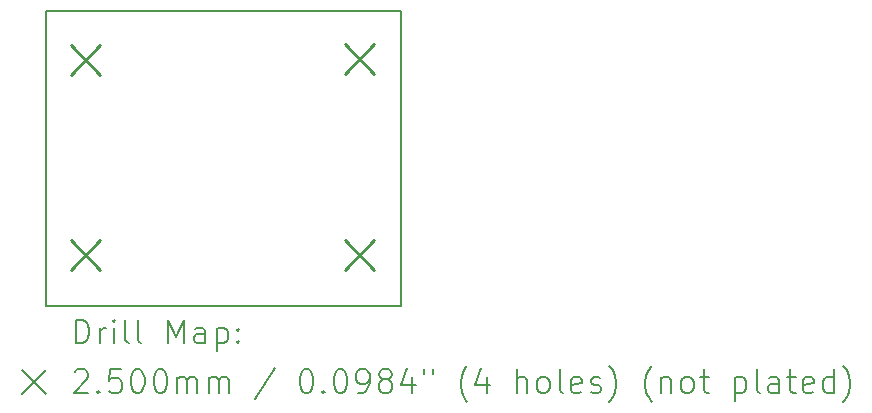
<source format=gbr>
%FSLAX45Y45*%
G04 Gerber Fmt 4.5, Leading zero omitted, Abs format (unit mm)*
G04 Created by KiCad (PCBNEW (6.0.4)) date 2022-04-19 23:10:41*
%MOMM*%
%LPD*%
G01*
G04 APERTURE LIST*
%TA.AperFunction,Profile*%
%ADD10C,0.150000*%
%TD*%
%ADD11C,0.200000*%
%ADD12C,0.250000*%
G04 APERTURE END LIST*
D10*
X9990000Y-6900000D02*
X12990000Y-6900000D01*
X12990000Y-6900000D02*
X12990000Y-9400000D01*
X12990000Y-9400000D02*
X9990000Y-9400000D01*
X9990000Y-9400000D02*
X9990000Y-6900000D01*
D11*
D12*
X10195000Y-7195000D02*
X10445000Y-7445000D01*
X10445000Y-7195000D02*
X10195000Y-7445000D01*
X10195000Y-8845000D02*
X10445000Y-9095000D01*
X10445000Y-8845000D02*
X10195000Y-9095000D01*
X12515000Y-7185000D02*
X12765000Y-7435000D01*
X12765000Y-7185000D02*
X12515000Y-7435000D01*
X12515000Y-8845000D02*
X12765000Y-9095000D01*
X12765000Y-8845000D02*
X12515000Y-9095000D01*
D11*
X10240119Y-9717976D02*
X10240119Y-9517976D01*
X10287738Y-9517976D01*
X10316310Y-9527500D01*
X10335357Y-9546548D01*
X10344881Y-9565595D01*
X10354405Y-9603690D01*
X10354405Y-9632262D01*
X10344881Y-9670357D01*
X10335357Y-9689405D01*
X10316310Y-9708452D01*
X10287738Y-9717976D01*
X10240119Y-9717976D01*
X10440119Y-9717976D02*
X10440119Y-9584643D01*
X10440119Y-9622738D02*
X10449643Y-9603690D01*
X10459167Y-9594167D01*
X10478214Y-9584643D01*
X10497262Y-9584643D01*
X10563929Y-9717976D02*
X10563929Y-9584643D01*
X10563929Y-9517976D02*
X10554405Y-9527500D01*
X10563929Y-9537024D01*
X10573452Y-9527500D01*
X10563929Y-9517976D01*
X10563929Y-9537024D01*
X10687738Y-9717976D02*
X10668690Y-9708452D01*
X10659167Y-9689405D01*
X10659167Y-9517976D01*
X10792500Y-9717976D02*
X10773452Y-9708452D01*
X10763929Y-9689405D01*
X10763929Y-9517976D01*
X11021071Y-9717976D02*
X11021071Y-9517976D01*
X11087738Y-9660833D01*
X11154405Y-9517976D01*
X11154405Y-9717976D01*
X11335357Y-9717976D02*
X11335357Y-9613214D01*
X11325833Y-9594167D01*
X11306786Y-9584643D01*
X11268690Y-9584643D01*
X11249643Y-9594167D01*
X11335357Y-9708452D02*
X11316309Y-9717976D01*
X11268690Y-9717976D01*
X11249643Y-9708452D01*
X11240119Y-9689405D01*
X11240119Y-9670357D01*
X11249643Y-9651310D01*
X11268690Y-9641786D01*
X11316309Y-9641786D01*
X11335357Y-9632262D01*
X11430595Y-9584643D02*
X11430595Y-9784643D01*
X11430595Y-9594167D02*
X11449643Y-9584643D01*
X11487738Y-9584643D01*
X11506786Y-9594167D01*
X11516309Y-9603690D01*
X11525833Y-9622738D01*
X11525833Y-9679881D01*
X11516309Y-9698929D01*
X11506786Y-9708452D01*
X11487738Y-9717976D01*
X11449643Y-9717976D01*
X11430595Y-9708452D01*
X11611548Y-9698929D02*
X11621071Y-9708452D01*
X11611548Y-9717976D01*
X11602024Y-9708452D01*
X11611548Y-9698929D01*
X11611548Y-9717976D01*
X11611548Y-9594167D02*
X11621071Y-9603690D01*
X11611548Y-9613214D01*
X11602024Y-9603690D01*
X11611548Y-9594167D01*
X11611548Y-9613214D01*
X9782500Y-9947500D02*
X9982500Y-10147500D01*
X9982500Y-9947500D02*
X9782500Y-10147500D01*
X10230595Y-9957024D02*
X10240119Y-9947500D01*
X10259167Y-9937976D01*
X10306786Y-9937976D01*
X10325833Y-9947500D01*
X10335357Y-9957024D01*
X10344881Y-9976071D01*
X10344881Y-9995119D01*
X10335357Y-10023690D01*
X10221071Y-10137976D01*
X10344881Y-10137976D01*
X10430595Y-10118929D02*
X10440119Y-10128452D01*
X10430595Y-10137976D01*
X10421071Y-10128452D01*
X10430595Y-10118929D01*
X10430595Y-10137976D01*
X10621071Y-9937976D02*
X10525833Y-9937976D01*
X10516310Y-10033214D01*
X10525833Y-10023690D01*
X10544881Y-10014167D01*
X10592500Y-10014167D01*
X10611548Y-10023690D01*
X10621071Y-10033214D01*
X10630595Y-10052262D01*
X10630595Y-10099881D01*
X10621071Y-10118929D01*
X10611548Y-10128452D01*
X10592500Y-10137976D01*
X10544881Y-10137976D01*
X10525833Y-10128452D01*
X10516310Y-10118929D01*
X10754405Y-9937976D02*
X10773452Y-9937976D01*
X10792500Y-9947500D01*
X10802024Y-9957024D01*
X10811548Y-9976071D01*
X10821071Y-10014167D01*
X10821071Y-10061786D01*
X10811548Y-10099881D01*
X10802024Y-10118929D01*
X10792500Y-10128452D01*
X10773452Y-10137976D01*
X10754405Y-10137976D01*
X10735357Y-10128452D01*
X10725833Y-10118929D01*
X10716310Y-10099881D01*
X10706786Y-10061786D01*
X10706786Y-10014167D01*
X10716310Y-9976071D01*
X10725833Y-9957024D01*
X10735357Y-9947500D01*
X10754405Y-9937976D01*
X10944881Y-9937976D02*
X10963929Y-9937976D01*
X10982976Y-9947500D01*
X10992500Y-9957024D01*
X11002024Y-9976071D01*
X11011548Y-10014167D01*
X11011548Y-10061786D01*
X11002024Y-10099881D01*
X10992500Y-10118929D01*
X10982976Y-10128452D01*
X10963929Y-10137976D01*
X10944881Y-10137976D01*
X10925833Y-10128452D01*
X10916310Y-10118929D01*
X10906786Y-10099881D01*
X10897262Y-10061786D01*
X10897262Y-10014167D01*
X10906786Y-9976071D01*
X10916310Y-9957024D01*
X10925833Y-9947500D01*
X10944881Y-9937976D01*
X11097262Y-10137976D02*
X11097262Y-10004643D01*
X11097262Y-10023690D02*
X11106786Y-10014167D01*
X11125833Y-10004643D01*
X11154405Y-10004643D01*
X11173452Y-10014167D01*
X11182976Y-10033214D01*
X11182976Y-10137976D01*
X11182976Y-10033214D02*
X11192500Y-10014167D01*
X11211548Y-10004643D01*
X11240119Y-10004643D01*
X11259167Y-10014167D01*
X11268690Y-10033214D01*
X11268690Y-10137976D01*
X11363928Y-10137976D02*
X11363928Y-10004643D01*
X11363928Y-10023690D02*
X11373452Y-10014167D01*
X11392500Y-10004643D01*
X11421071Y-10004643D01*
X11440119Y-10014167D01*
X11449643Y-10033214D01*
X11449643Y-10137976D01*
X11449643Y-10033214D02*
X11459167Y-10014167D01*
X11478214Y-10004643D01*
X11506786Y-10004643D01*
X11525833Y-10014167D01*
X11535357Y-10033214D01*
X11535357Y-10137976D01*
X11925833Y-9928452D02*
X11754405Y-10185595D01*
X12182976Y-9937976D02*
X12202024Y-9937976D01*
X12221071Y-9947500D01*
X12230595Y-9957024D01*
X12240119Y-9976071D01*
X12249643Y-10014167D01*
X12249643Y-10061786D01*
X12240119Y-10099881D01*
X12230595Y-10118929D01*
X12221071Y-10128452D01*
X12202024Y-10137976D01*
X12182976Y-10137976D01*
X12163928Y-10128452D01*
X12154405Y-10118929D01*
X12144881Y-10099881D01*
X12135357Y-10061786D01*
X12135357Y-10014167D01*
X12144881Y-9976071D01*
X12154405Y-9957024D01*
X12163928Y-9947500D01*
X12182976Y-9937976D01*
X12335357Y-10118929D02*
X12344881Y-10128452D01*
X12335357Y-10137976D01*
X12325833Y-10128452D01*
X12335357Y-10118929D01*
X12335357Y-10137976D01*
X12468690Y-9937976D02*
X12487738Y-9937976D01*
X12506786Y-9947500D01*
X12516309Y-9957024D01*
X12525833Y-9976071D01*
X12535357Y-10014167D01*
X12535357Y-10061786D01*
X12525833Y-10099881D01*
X12516309Y-10118929D01*
X12506786Y-10128452D01*
X12487738Y-10137976D01*
X12468690Y-10137976D01*
X12449643Y-10128452D01*
X12440119Y-10118929D01*
X12430595Y-10099881D01*
X12421071Y-10061786D01*
X12421071Y-10014167D01*
X12430595Y-9976071D01*
X12440119Y-9957024D01*
X12449643Y-9947500D01*
X12468690Y-9937976D01*
X12630595Y-10137976D02*
X12668690Y-10137976D01*
X12687738Y-10128452D01*
X12697262Y-10118929D01*
X12716309Y-10090357D01*
X12725833Y-10052262D01*
X12725833Y-9976071D01*
X12716309Y-9957024D01*
X12706786Y-9947500D01*
X12687738Y-9937976D01*
X12649643Y-9937976D01*
X12630595Y-9947500D01*
X12621071Y-9957024D01*
X12611548Y-9976071D01*
X12611548Y-10023690D01*
X12621071Y-10042738D01*
X12630595Y-10052262D01*
X12649643Y-10061786D01*
X12687738Y-10061786D01*
X12706786Y-10052262D01*
X12716309Y-10042738D01*
X12725833Y-10023690D01*
X12840119Y-10023690D02*
X12821071Y-10014167D01*
X12811548Y-10004643D01*
X12802024Y-9985595D01*
X12802024Y-9976071D01*
X12811548Y-9957024D01*
X12821071Y-9947500D01*
X12840119Y-9937976D01*
X12878214Y-9937976D01*
X12897262Y-9947500D01*
X12906786Y-9957024D01*
X12916309Y-9976071D01*
X12916309Y-9985595D01*
X12906786Y-10004643D01*
X12897262Y-10014167D01*
X12878214Y-10023690D01*
X12840119Y-10023690D01*
X12821071Y-10033214D01*
X12811548Y-10042738D01*
X12802024Y-10061786D01*
X12802024Y-10099881D01*
X12811548Y-10118929D01*
X12821071Y-10128452D01*
X12840119Y-10137976D01*
X12878214Y-10137976D01*
X12897262Y-10128452D01*
X12906786Y-10118929D01*
X12916309Y-10099881D01*
X12916309Y-10061786D01*
X12906786Y-10042738D01*
X12897262Y-10033214D01*
X12878214Y-10023690D01*
X13087738Y-10004643D02*
X13087738Y-10137976D01*
X13040119Y-9928452D02*
X12992500Y-10071310D01*
X13116309Y-10071310D01*
X13182976Y-9937976D02*
X13182976Y-9976071D01*
X13259167Y-9937976D02*
X13259167Y-9976071D01*
X13554405Y-10214167D02*
X13544881Y-10204643D01*
X13525833Y-10176071D01*
X13516309Y-10157024D01*
X13506786Y-10128452D01*
X13497262Y-10080833D01*
X13497262Y-10042738D01*
X13506786Y-9995119D01*
X13516309Y-9966548D01*
X13525833Y-9947500D01*
X13544881Y-9918929D01*
X13554405Y-9909405D01*
X13716309Y-10004643D02*
X13716309Y-10137976D01*
X13668690Y-9928452D02*
X13621071Y-10071310D01*
X13744881Y-10071310D01*
X13973452Y-10137976D02*
X13973452Y-9937976D01*
X14059167Y-10137976D02*
X14059167Y-10033214D01*
X14049643Y-10014167D01*
X14030595Y-10004643D01*
X14002024Y-10004643D01*
X13982976Y-10014167D01*
X13973452Y-10023690D01*
X14182976Y-10137976D02*
X14163928Y-10128452D01*
X14154405Y-10118929D01*
X14144881Y-10099881D01*
X14144881Y-10042738D01*
X14154405Y-10023690D01*
X14163928Y-10014167D01*
X14182976Y-10004643D01*
X14211548Y-10004643D01*
X14230595Y-10014167D01*
X14240119Y-10023690D01*
X14249643Y-10042738D01*
X14249643Y-10099881D01*
X14240119Y-10118929D01*
X14230595Y-10128452D01*
X14211548Y-10137976D01*
X14182976Y-10137976D01*
X14363928Y-10137976D02*
X14344881Y-10128452D01*
X14335357Y-10109405D01*
X14335357Y-9937976D01*
X14516309Y-10128452D02*
X14497262Y-10137976D01*
X14459167Y-10137976D01*
X14440119Y-10128452D01*
X14430595Y-10109405D01*
X14430595Y-10033214D01*
X14440119Y-10014167D01*
X14459167Y-10004643D01*
X14497262Y-10004643D01*
X14516309Y-10014167D01*
X14525833Y-10033214D01*
X14525833Y-10052262D01*
X14430595Y-10071310D01*
X14602024Y-10128452D02*
X14621071Y-10137976D01*
X14659167Y-10137976D01*
X14678214Y-10128452D01*
X14687738Y-10109405D01*
X14687738Y-10099881D01*
X14678214Y-10080833D01*
X14659167Y-10071310D01*
X14630595Y-10071310D01*
X14611548Y-10061786D01*
X14602024Y-10042738D01*
X14602024Y-10033214D01*
X14611548Y-10014167D01*
X14630595Y-10004643D01*
X14659167Y-10004643D01*
X14678214Y-10014167D01*
X14754405Y-10214167D02*
X14763928Y-10204643D01*
X14782976Y-10176071D01*
X14792500Y-10157024D01*
X14802024Y-10128452D01*
X14811548Y-10080833D01*
X14811548Y-10042738D01*
X14802024Y-9995119D01*
X14792500Y-9966548D01*
X14782976Y-9947500D01*
X14763928Y-9918929D01*
X14754405Y-9909405D01*
X15116309Y-10214167D02*
X15106786Y-10204643D01*
X15087738Y-10176071D01*
X15078214Y-10157024D01*
X15068690Y-10128452D01*
X15059167Y-10080833D01*
X15059167Y-10042738D01*
X15068690Y-9995119D01*
X15078214Y-9966548D01*
X15087738Y-9947500D01*
X15106786Y-9918929D01*
X15116309Y-9909405D01*
X15192500Y-10004643D02*
X15192500Y-10137976D01*
X15192500Y-10023690D02*
X15202024Y-10014167D01*
X15221071Y-10004643D01*
X15249643Y-10004643D01*
X15268690Y-10014167D01*
X15278214Y-10033214D01*
X15278214Y-10137976D01*
X15402024Y-10137976D02*
X15382976Y-10128452D01*
X15373452Y-10118929D01*
X15363928Y-10099881D01*
X15363928Y-10042738D01*
X15373452Y-10023690D01*
X15382976Y-10014167D01*
X15402024Y-10004643D01*
X15430595Y-10004643D01*
X15449643Y-10014167D01*
X15459167Y-10023690D01*
X15468690Y-10042738D01*
X15468690Y-10099881D01*
X15459167Y-10118929D01*
X15449643Y-10128452D01*
X15430595Y-10137976D01*
X15402024Y-10137976D01*
X15525833Y-10004643D02*
X15602024Y-10004643D01*
X15554405Y-9937976D02*
X15554405Y-10109405D01*
X15563928Y-10128452D01*
X15582976Y-10137976D01*
X15602024Y-10137976D01*
X15821071Y-10004643D02*
X15821071Y-10204643D01*
X15821071Y-10014167D02*
X15840119Y-10004643D01*
X15878214Y-10004643D01*
X15897262Y-10014167D01*
X15906786Y-10023690D01*
X15916309Y-10042738D01*
X15916309Y-10099881D01*
X15906786Y-10118929D01*
X15897262Y-10128452D01*
X15878214Y-10137976D01*
X15840119Y-10137976D01*
X15821071Y-10128452D01*
X16030595Y-10137976D02*
X16011548Y-10128452D01*
X16002024Y-10109405D01*
X16002024Y-9937976D01*
X16192500Y-10137976D02*
X16192500Y-10033214D01*
X16182976Y-10014167D01*
X16163928Y-10004643D01*
X16125833Y-10004643D01*
X16106786Y-10014167D01*
X16192500Y-10128452D02*
X16173452Y-10137976D01*
X16125833Y-10137976D01*
X16106786Y-10128452D01*
X16097262Y-10109405D01*
X16097262Y-10090357D01*
X16106786Y-10071310D01*
X16125833Y-10061786D01*
X16173452Y-10061786D01*
X16192500Y-10052262D01*
X16259167Y-10004643D02*
X16335357Y-10004643D01*
X16287738Y-9937976D02*
X16287738Y-10109405D01*
X16297262Y-10128452D01*
X16316309Y-10137976D01*
X16335357Y-10137976D01*
X16478214Y-10128452D02*
X16459167Y-10137976D01*
X16421071Y-10137976D01*
X16402024Y-10128452D01*
X16392500Y-10109405D01*
X16392500Y-10033214D01*
X16402024Y-10014167D01*
X16421071Y-10004643D01*
X16459167Y-10004643D01*
X16478214Y-10014167D01*
X16487738Y-10033214D01*
X16487738Y-10052262D01*
X16392500Y-10071310D01*
X16659167Y-10137976D02*
X16659167Y-9937976D01*
X16659167Y-10128452D02*
X16640119Y-10137976D01*
X16602024Y-10137976D01*
X16582976Y-10128452D01*
X16573452Y-10118929D01*
X16563928Y-10099881D01*
X16563928Y-10042738D01*
X16573452Y-10023690D01*
X16582976Y-10014167D01*
X16602024Y-10004643D01*
X16640119Y-10004643D01*
X16659167Y-10014167D01*
X16735357Y-10214167D02*
X16744881Y-10204643D01*
X16763928Y-10176071D01*
X16773452Y-10157024D01*
X16782976Y-10128452D01*
X16792500Y-10080833D01*
X16792500Y-10042738D01*
X16782976Y-9995119D01*
X16773452Y-9966548D01*
X16763928Y-9947500D01*
X16744881Y-9918929D01*
X16735357Y-9909405D01*
M02*

</source>
